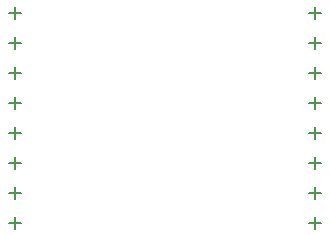
<source format=gbr>
G04*
G04 #@! TF.GenerationSoftware,Altium Limited,Altium Designer,22.4.2 (48)*
G04*
G04 Layer_Color=128*
%FSLAX25Y25*%
%MOIN*%
G70*
G04*
G04 #@! TF.SameCoordinates,1BD04265-7303-4BE0-B696-FC490152C648*
G04*
G04*
G04 #@! TF.FilePolarity,Positive*
G04*
G01*
G75*
%ADD29C,0.00500*%
D29*
X103992Y7000D02*
X108008D01*
X106000Y4992D02*
Y9008D01*
X103992Y17000D02*
X108008D01*
X106000Y14992D02*
Y19008D01*
X103992Y27000D02*
X108008D01*
X106000Y24992D02*
Y29008D01*
X103992Y37000D02*
X108008D01*
X106000Y34992D02*
Y39008D01*
X103992Y47000D02*
X108008D01*
X106000Y44992D02*
Y49008D01*
X103992Y57000D02*
X108008D01*
X106000Y54992D02*
Y59008D01*
X103992Y67000D02*
X108008D01*
X106000Y64992D02*
Y69008D01*
X103992Y77000D02*
X108008D01*
X106000Y74992D02*
Y79008D01*
X3992Y7000D02*
X8008D01*
X6000Y4992D02*
Y9008D01*
X3992Y17000D02*
X8008D01*
X6000Y14992D02*
Y19008D01*
X3992Y27000D02*
X8008D01*
X6000Y24992D02*
Y29008D01*
X3992Y37000D02*
X8008D01*
X6000Y34992D02*
Y39008D01*
X3992Y47000D02*
X8008D01*
X6000Y44992D02*
Y49008D01*
X3992Y57000D02*
X8008D01*
X6000Y54992D02*
Y59008D01*
X3992Y67000D02*
X8008D01*
X6000Y64992D02*
Y69008D01*
X3992Y77000D02*
X8008D01*
X6000Y74992D02*
Y79008D01*
M02*

</source>
